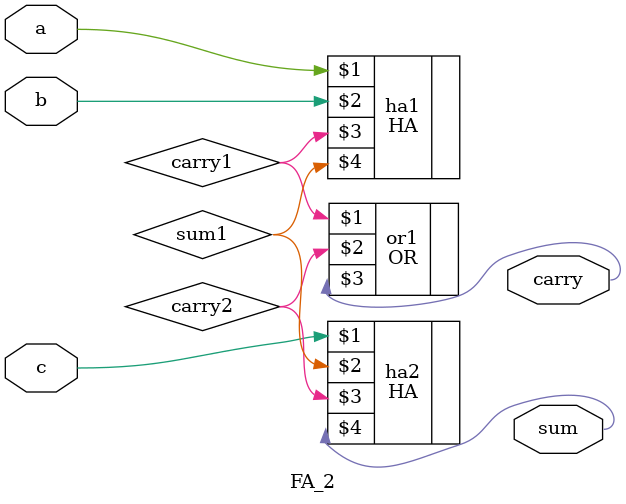
<source format=sv>
module FA_2(input logic a, b, c, output logic sum, carry);

logic carry1, carry2, sum1;

HA ha1(a, b, carry1, sum1);
HA ha2(c, sum1, carry2, sum);
OR or1(carry1, carry2, carry);

endmodule

</source>
